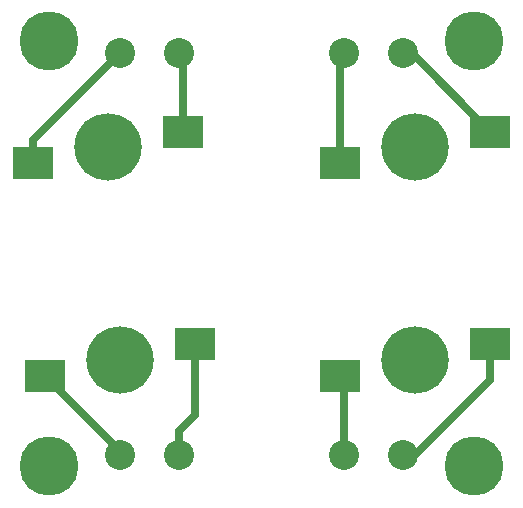
<source format=gbr>
G04 #@! TF.FileFunction,Copper,L1,Top,Signal*
%FSLAX46Y46*%
G04 Gerber Fmt 4.6, Leading zero omitted, Abs format (unit mm)*
G04 Created by KiCad (PCBNEW 4.0.5) date 03/12/17 12:42:56*
%MOMM*%
%LPD*%
G01*
G04 APERTURE LIST*
%ADD10C,0.150000*%
%ADD11R,3.500000X2.700000*%
%ADD12C,5.700000*%
%ADD13C,5.000000*%
%ADD14C,2.540000*%
%ADD15C,0.635000*%
G04 APERTURE END LIST*
D10*
D11*
X157650000Y-94350000D03*
X170350000Y-91650000D03*
D12*
X164000000Y-93000000D03*
D11*
X183650000Y-94350000D03*
X196350000Y-91650000D03*
D12*
X190000000Y-93000000D03*
D11*
X196350000Y-109650000D03*
X183650000Y-112350000D03*
D12*
X190000000Y-111000000D03*
D11*
X171350000Y-109650000D03*
X158650000Y-112350000D03*
D12*
X165000000Y-111000000D03*
D13*
X159000000Y-120000000D03*
X195000000Y-84000000D03*
X195000000Y-120000000D03*
D14*
X184000000Y-85000000D03*
X189000000Y-85000000D03*
X189000000Y-119000000D03*
X184000000Y-119000000D03*
X170000000Y-119000000D03*
X165000000Y-119000000D03*
D13*
X159000000Y-84000000D03*
D14*
X165000000Y-85000000D03*
X170000000Y-85000000D03*
D15*
X157650000Y-94350000D02*
X157650000Y-92350000D01*
X157650000Y-92350000D02*
X165000000Y-85000000D01*
X170350000Y-91650000D02*
X170350000Y-85350000D01*
X170350000Y-85350000D02*
X170000000Y-85000000D01*
X183650000Y-94350000D02*
X183650000Y-85350000D01*
X183650000Y-85350000D02*
X184000000Y-85000000D01*
X189000000Y-85000000D02*
X189700000Y-85000000D01*
X189700000Y-85000000D02*
X196350000Y-91650000D01*
X189000000Y-119000000D02*
X190000000Y-119000000D01*
X190000000Y-119000000D02*
X196350000Y-112650000D01*
X196350000Y-112650000D02*
X196350000Y-109650000D01*
X184000000Y-119000000D02*
X184000000Y-112700000D01*
X184000000Y-112700000D02*
X183650000Y-112350000D01*
X170000000Y-119000000D02*
X170000000Y-117000000D01*
X171350000Y-115650000D02*
X171350000Y-109650000D01*
X170000000Y-117000000D02*
X171350000Y-115650000D01*
X165000000Y-119000000D02*
X165000000Y-118700000D01*
X165000000Y-118700000D02*
X158650000Y-112350000D01*
M02*

</source>
